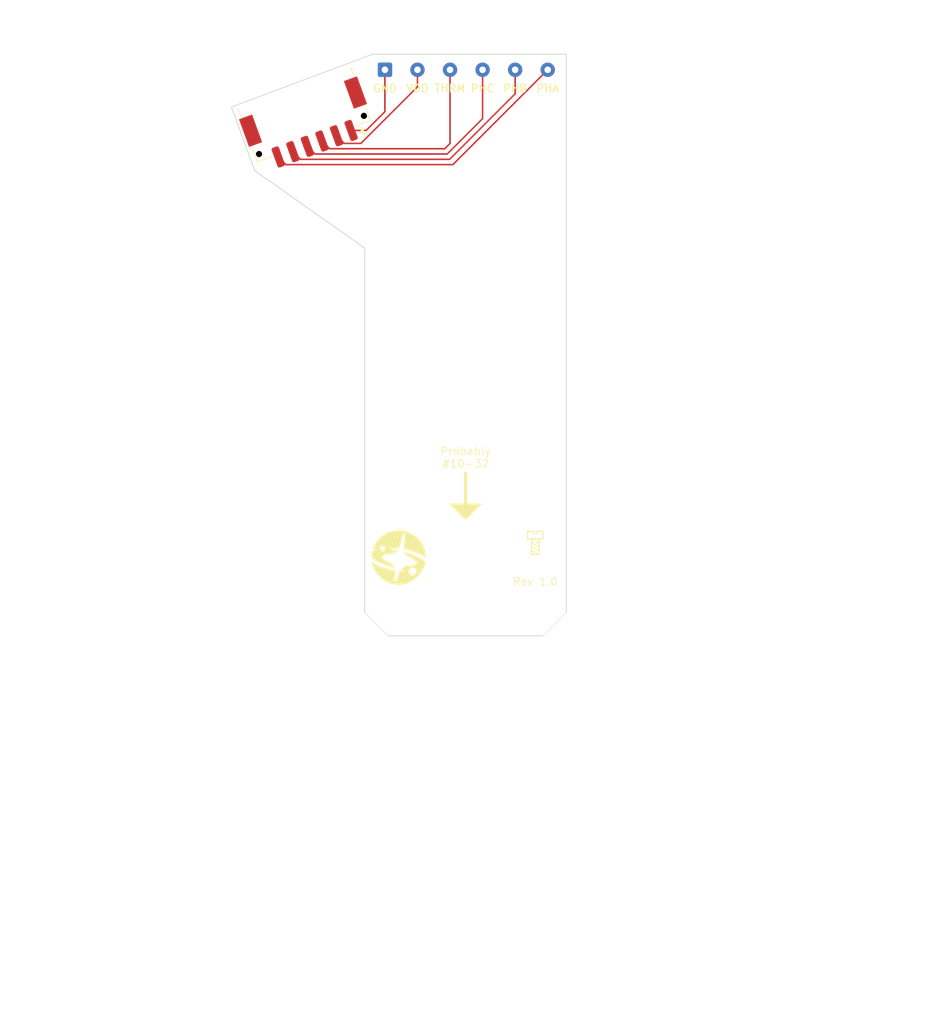
<source format=kicad_pcb>
(kicad_pcb (version 20241229) (generator "pcbnew") (generator_version "9.0")
  (layers (0 "F.Cu" signal) (2 "B.Cu" signal) (13 "F.Paste" user) (15 "B.Paste" user) (5 "F.SilkS" user "F.Silkscreen") (7 "B.SilkS" user "B.Silkscreen") (1 "F.Mask" user) (3 "B.Mask" user) (25 "Edge.Cuts" user))
  (net 0 "")
  (net 1 "GND")
  (net 2 "/H3{slash}A")
  (net 3 "/TEMP")
  (net 4 "/H2{slash}B")
  (net 5 "VDD")
  (net 6 "/H1{slash}A")
  (footprint "MountingHole:MountingHole_4.3mm_M4" (layer "F.Cu") (at 144 100)
    (property "Reference" "H1" (hide yes))
    (property "Value" "M4 maybe")
    (pad "" np_thru_hole circle (at 0 0) (size 4.3 4.3) (drill 4.3) (layers "*.Cu" "*.Mask"))
  )
  (footprint "Connector_Wire:SolderWire-0.25sqmm_1x06_P4.2mm_D0.65mm_OD1.7mm" (layer "F.Cu") (at 133.6 37)
    (property "Reference" "J2" (hide yes))
    (property "Value" "Solder")
    (pad "1" thru_hole roundrect (at 0 0) (size 1.85 1.85) (drill 0.85) (layers "*.Cu" "*.Mask") (roundrect_rratio 0.135135) (net 1 "GND"))
    (pad "2" thru_hole circle (at 4.2 0) (size 1.85 1.85) (drill 0.85) (layers "*.Cu" "*.Mask") (net 5 "VDD"))
    (pad "3" thru_hole circle (at 8.4 0) (size 1.85 1.85) (drill 0.85) (layers "*.Cu" "*.Mask") (net 3 "/TEMP"))
    (pad "4" thru_hole circle (at 12.6 0) (size 1.85 1.85) (drill 0.85) (layers "*.Cu" "*.Mask") (net 6 "/H1{slash}A"))
    (pad "5" thru_hole circle (at 16.8 0) (size 1.85 1.85) (drill 0.85) (layers "*.Cu" "*.Mask") (net 4 "/H2{slash}B"))
    (pad "6" thru_hole circle (at 21 0) (size 1.85 1.85) (drill 0.85) (layers "*.Cu" "*.Mask") (net 2 "/H3{slash}A"))
  )
  (footprint "Bluesat:SM06B-PASS" (layer "F.Cu") (at 121.768691 38.91998 20)
    (property "Reference" "J1" (hide yes))
    (property "Value" "Real Connector Hours")
    (fp_line (start -7.750001 0.499999) (end -7.75 1.5) (stroke (width 0.1)) (layer "F.SilkS"))
    (fp_line (start -7.75 6.000001) (end -7.75 7.75) (stroke (width 0.1)) (layer "F.SilkS"))
    (fp_line (start -7.75 7.75) (end -5.75 7.75) (stroke (width 0.1)) (layer "F.SilkS"))
    (fp_line (start 7.750001 0.499999) (end 7.75 1.5) (stroke (width 0.1)) (layer "F.SilkS"))
    (fp_line (start 7.75 6) (end 7.75 7.75) (stroke (width 0.1)) (layer "F.SilkS"))
    (fp_line (start 7.75 7.75) (end 5.75 7.75) (stroke (width 0.1)) (layer "F.SilkS"))
    (fp_poly (pts (xy 5.999999 8.75) (xy 6.5 9.25) (xy 6.5 8.250001)) (stroke (width 0.1)) (fill yes) (layer "F.SilkS"))
    (pad "" smd rect (at -7.2 3.7 20) (size 1.8 3.8) (layers "F.Cu" "F.Mask" "F.Paste"))
    (pad "" np_thru_hole circle (at -7.2 6.9 20) (size 0.8 0.8) (drill 0.8) (layers "*.Mask"))
    (pad "" smd rect (at 7.2 3.7 20) (size 1.8 3.8) (layers "F.Cu" "F.Mask" "F.Paste"))
    (pad "" np_thru_hole circle (at 7.2 6.9 20) (size 0.8 0.8) (drill 0.8) (layers "*.Mask"))
    (pad "1" smd roundrect (at 5 8.1 20) (size 1 2.7) (layers "F.Cu" "F.Mask" "F.Paste") (net 1 "GND"))
    (pad "2" smd roundrect (at 3 8.1 20) (size 1 2.7) (layers "F.Cu" "F.Mask" "F.Paste") (net 5 "VDD"))
    (pad "3" smd roundrect (at 0.999999 8.1 20) (size 1 2.7) (layers "F.Cu" "F.Mask" "F.Paste") (net 3 "/TEMP"))
    (pad "4" smd roundrect (at -1 8.099999 20) (size 1 2.7) (layers "F.Cu" "F.Mask" "F.Paste") (net 6 "/H1{slash}A"))
    (pad "5" smd roundrect (at -3 8.1 20) (size 1 2.7) (layers "F.Cu" "F.Mask" "F.Paste") (net 4 "/H2{slash}B"))
    (pad "6" smd roundrect (at -5 8.1 20) (size 1 2.7) (layers "F.Cu" "F.Mask" "F.Paste") (net 2 "/H3{slash}A"))
  )
  (footprint "Symbol:Screw_Generic_2.0x3.0mm_SilkScreen" (layer "F.Cu") (at 153 98)
    (property "Reference" "REF**" (hide yes))
    (property "Value" "Screw_Generic_2.0x3.0mm_SilkScreen" (hide yes))
    (fp_line (start -1 -1.5) (end -0.2 -1.5) (stroke (width 0.12)) (layer "F.SilkS"))
    (fp_line (start -1 -0.5) (end -1 -1.5) (stroke (width 0.12)) (layer "F.SilkS"))
    (fp_line (start -1 -0.5) (end 1 -0.5) (stroke (width 0.12)) (layer "F.SilkS"))
    (fp_line (start -0.5 1.5) (end -0.5 -0.5) (stroke (width 0.12)) (layer "F.SilkS"))
    (fp_line (start -0.2 -1.5) (end -0.2 -1.2) (stroke (width 0.12)) (layer "F.SilkS"))
    (fp_line (start -0.2 -1.2) (end 0.2 -1.2) (stroke (width 0.12)) (layer "F.SilkS"))
    (fp_line (start 0.2 -1.5) (end 1 -1.5) (stroke (width 0.12)) (layer "F.SilkS"))
    (fp_line (start 0.2 -1.2) (end 0.2 -1.5) (stroke (width 0.12)) (layer "F.SilkS"))
    (fp_line (start 0.5 -0.5) (end 0.5 1.5) (stroke (width 0.12)) (layer "F.SilkS"))
    (fp_line (start 0.5 0) (end -0.5 -0.5) (stroke (width 0.12)) (layer "F.SilkS"))
    (fp_line (start 0.5 0.5) (end -0.5 0) (stroke (width 0.12)) (layer "F.SilkS"))
    (fp_line (start 0.5 1) (end -0.5 0.5) (stroke (width 0.12)) (layer "F.SilkS"))
    (fp_line (start 0.5 1.5) (end -0.5 1) (stroke (width 0.12)) (layer "F.SilkS"))
    (fp_line (start 0.5 1.5) (end -0.5 1.5) (stroke (width 0.12)) (layer "F.SilkS"))
    (fp_line (start 1 -1.5) (end 1 -0.5) (stroke (width 0.12)) (layer "F.SilkS"))
  )
  (gr_line (start 144 89) (end 144 94) (stroke (width 0.4)) (layer "F.SilkS"))
  (gr_poly (pts (xy 142 93) (xy 144 95) (xy 146 93)) (stroke (width 0.1)) (fill yes) (layer "F.SilkS"))
  (gr_poly (pts (xy 135.470353 96.3938) (xy 135.558855 96.397405) (xy 135.647658 96.403271) (xy 135.736733 96.411422) (xy 135.826046 96.421879) (xy 135.915567 96.434665) (xy 136.078671 96.463964) (xy 136.23865 96.50045) (xy 136.395361 96.543927) (xy 136.548662 96.5942) (xy 136.698411 96.651076) (xy 136.844466 96.714359) (xy 136.986684 96.783855) (xy 137.124923 96.859368) (xy 137.259042 96.940705) (xy 137.388897 97.027669) (xy 137.514347 97.120068) (xy 137.63525 97.217705) (xy 137.751462 97.320387) (xy 137.862843 97.427918) (xy 137.96925 97.540104) (xy 138.07054 97.656749) (xy 138.166571 97.77766) (xy 138.257202 97.902642) (xy 138.34229 98.031499) (xy 138.421692 98.164037) (xy 138.495268 98.300061) (xy 138.562873 98.439377) (xy 138.624367 98.58179) (xy 138.679606 98.727105) (xy 138.72845 98.875127) (xy 138.770755 99.025661) (xy 138.806379 99.178514) (xy 138.83518 99.33349) (xy 138.857017 99.490394) (xy 138.871746 99.649031) (xy 138.879225 99.809208) (xy 138.879313 99.970728) (xy 138.83446 99.933971) (xy 138.788985 99.89833) (xy 138.742948 99.863725) (xy 138.696408 99.830079) (xy 138.649426 99.797313) (xy 138.60206 99.765349) (xy 138.554371 99.734107) (xy 138.506417 99.70351) (xy 138.402628 99.641088) (xy 138.297624 99.581561) (xy 138.191506 99.524763) (xy 138.084375 99.470526) (xy 137.976333 99.418687) (xy 137.867482 99.369077) (xy 137.757924 99.321533) (xy 137.647761 99.275887) (xy 137.454177 99.201805) (xy 137.259017 99.133128) (xy 137.062418 99.069719) (xy 136.864515 99.011443) (xy 136.665445 98.958162) (xy 136.465342 98.909739) (xy 136.264344 98.866038) (xy 136.062586 98.826922) (xy 136.058784 98.74493) (xy 136.057909 98.662806) (xy 136.059604 98.580618) (xy 136.063508 98.498436) (xy 136.069265 98.416328) (xy 136.076515 98.334365) (xy 136.094057 98.171148) (xy 136.125368 97.887508) (xy 136.149325 97.655082) (xy 136.174135 97.422759) (xy 136.208004 97.139429) (xy 136.211641 97.107888) (xy 136.214368 97.078162) (xy 136.216233 97.050197) (xy 136.217284 97.023939) (xy 136.21757 96.999334) (xy 136.217138 96.976329) (xy 136.216036 96.954869) (xy 136.214313 96.934901) (xy 136.212018 96.916372) (xy 136.209197 96.899227) (xy 136.2059 96.883413) (xy 136.202174 96.868875) (xy 136.198068 96.855561) (xy 136.193629 96.843416) (xy 136.188907 96.832387) (xy 136.183949 96.822419) (xy 136.178802 96.81346) (xy 136.173517 96.805455) (xy 136.16814 96.798351) (xy 136.162719 96.792093) (xy 136.157304 96.786629) (xy 136.151942 96.781903) (xy 136.146681 96.777864) (xy 136.141569 96.774456) (xy 136.136655 96.771626) (xy 136.131986 96.76932) (xy 136.12358 96.766066) (xy 136.116734 96.764263) (xy 136.111834 96.763482) (xy 136.099946 96.7616) (xy 136.090931 96.76157) (xy 136.080138 96.762867) (xy 136.067771 96.766032) (xy 136.054029 96.771605) (xy 136.039117 96.780127) (xy 136.023235 96.792137) (xy 136.006586 96.808177) (xy 135.998037 96.817876) (xy 135.989372 96.828786) (xy 135.980616 96.840972) (xy 135.971795 96.854504) (xy 135.962934 96.869449) (xy 135.954058 96.885873) (xy 135.945192 96.903845) (xy 135.936362 96.923433) (xy 135.927592 96.944703) (xy 135.918909 96.967723) (xy 135.910337 96.992561) (xy 135.901902 97.019284) (xy 135.893629 97.04796) (xy 135.885543 97.078657) (xy 135.814057 97.354923) (xy 135.752709 97.580384) (xy 135.69056 97.805638) (xy 135.61667 98.081283) (xy 135.594527 98.16418) (xy 135.571475 98.24706) (xy 135.547158 98.329697) (xy 135.521223 98.411868) (xy 135.493314 98.493346) (xy 135.463078 98.573906) (xy 135.430159 98.653324) (xy 135.412583 98.692533) (xy 135.394203 98.731373) (xy 135.298135 98.721791) (xy 135.201986 98.713277) (xy 135.105773 98.705868) (xy 135.00951 98.699604) (xy 134.913214 98.694525) (xy 134.816899 98.690667) (xy 134.720581 98.688071) (xy 134.624276 98.686776) (xy 134.534204 98.686776) (xy 134.460511 98.687675) (xy 134.38685 98.689399) (xy 134.313224 98.691961) (xy 134.239641 98.695373) (xy 134.166103 98.699649) (xy 134.092617 98.7048) (xy 134.019186 98.71084) (xy 133.945816 98.717782) (xy 134.276254 98.775205) (xy 134.604244 98.836325) (xy 134.929951 98.901723) (xy 135.25354 98.971978) (xy 135.228028 99.007895) (xy 135.201101 99.043859) (xy 135.172821 99.079601) (xy 135.143247 99.114849) (xy 135.112443 99.149333) (xy 135.08047 99.182783) (xy 135.047388 99.214929) (xy 135.01326 99.245499) (xy 134.978148 99.274223) (xy 134.942112 99.300831) (xy 134.905215 99.325052) (xy 134.867517 99.346617) (xy 134.829081 99.365253) (xy 134.809605 99.373389) (xy 134.789968 99.380692) (xy 134.770176 99.387127) (xy 134.750239 99.392662) (xy 134.730163 99.397261) (xy 134.709956 99.400892) (xy 134.61959 99.413475) (xy 134.528986 99.423821) (xy 134.438208 99.432534) (xy 134.347316 99.440218) (xy 134.16544 99.454911) (xy 134.074578 99.463125) (xy 133.98385 99.472723) (xy 133.901149 99.482783) (xy 133.816294 99.494711) (xy 133.730448 99.509339) (xy 133.687517 99.517925) (xy 133.644775 99.5275) (xy 133.602368 99.538166) (xy 133.56044 99.550027) (xy 133.519137 99.563189) (xy 133.478605 99.577755) (xy 133.438989 99.593829) (xy 133.400435 99.611516) (xy 133.363089 99.630919) (xy 133.327095 99.652143) (xy 133.317812 99.658206) (xy 133.308843 99.664556) (xy 133.300211 99.67119) (xy 133.291938 99.678101) (xy 133.284049 99.685285) (xy 133.276566 99.692735) (xy 133.269513 99.700449) (xy 133.262912 99.708419) (xy 133.256789 99.716641) (xy 133.251165 99.72511) (xy 133.246063 99.733821) (xy 133.241509 99.742768) (xy 133.237524 99.751946) (xy 133.234131 99.76135) (xy 133.231356 99.770976) (xy 133.229219 99.780818) (xy 133.227627 99.790784) (xy 133.226712 99.800779) (xy 133.226455 99.810789) (xy 133.226834 99.820802) (xy 133.22783 99.830803) (xy 133.229421 99.84078) (xy 133.231588 99.850718) (xy 133.23431 99.860606) (xy 133.237566 99.870429) (xy 133.241336 99.880173) (xy 133.2456 99.889827) (xy 133.250337 99.899376) (xy 133.255527 99.908807) (xy 133.26115 99.918107) (xy 133.267184 99.927263) (xy 133.273609 99.93626) (xy 133.299409 99.969129) (xy 133.327134 100.000793) (xy 133.356611 100.031296) (xy 133.387666 100.060683) (xy 133.420125 100.088997) (xy 133.453814 100.116284) (xy 133.48856 100.142587) (xy 133.524188 100.167951) (xy 133.560526 100.192421) (xy 133.597399 100.216041) (xy 133.672054 100.260906) (xy 133.746764 100.302903) (xy 133.820139 100.342385) (xy 133.901166 100.384314) (xy 133.98283 100.424992) (xy 134.146941 100.504778) (xy 134.228827 100.54498) (xy 134.310226 100.586115) (xy 134.390855 100.628731) (xy 134.470435 100.673373) (xy 134.504049 100.695012) (xy 134.535888 100.719767) (xy 134.565989 100.747385) (xy 134.59439 100.777613) (xy 134.621128 100.810199) (xy 134.646242 100.84489) (xy 134.669769 100.881432) (xy 134.691747 100.919574) (xy 134.712213 100.959062) (xy 134.731205 100.999644) (xy 134.74876 101.041066) (xy 134.764916 101.083076) (xy 134.779711 101.125422) (xy 134.793183 101.16785) (xy 134.805369 101.210108) (xy 134.816306 101.251942) (xy 134.712166 101.222093) (xy 134.608256 101.191636) (xy 134.402637 101.129713) (xy 134.197988 101.065503) (xy 133.994519 100.998717) (xy 133.792441 100.929068) (xy 133.591965 100.856266) (xy 133.393302 100.780023) (xy 133.196662 100.700052) (xy 133.002256 100.616063) (xy 132.905911 100.572805) (xy 132.810459 100.528084) (xy 132.763121 100.505124) (xy 132.716068 100.481736) (xy 132.66932 100.457899) (xy 132.6229 100.433594) (xy 132.576447 100.409526) (xy 132.53033 100.384967) (xy 132.484577 100.359917) (xy 132.439216 100.334375) (xy 132.394275 100.308343) (xy 132.349782 100.28182) (xy 132.305764 100.254807) (xy 132.26225 100.227302) (xy 132.219089 100.199444) (xy 132.176558 100.17096) (xy 132.134705 100.141857) (xy 132.093578 100.112141) (xy 132.053227 100.081817) (xy 132.013699 100.050893) (xy 131.975044 100.019373) (xy 131.937309 99.987265) (xy 131.920882 99.972481) (xy 131.904628 99.957542) (xy 131.888578 99.942452) (xy 131.872765 99.927217) (xy 131.872936 99.85663) (xy 131.87454 99.785817) (xy 131.877586 99.714792) (xy 131.882088 99.643572) (xy 131.888057 99.572174) (xy 131.895504 99.500614) (xy 131.904442 99.428907) (xy 131.914881 99.357071) (xy 131.926228 99.288622) (xy 131.93885 99.220701) (xy 131.95273 99.153321) (xy 131.967849 99.086493) (xy 132.002699 99.06527) (xy 132.038253 99.044819) (xy 132.074469 99.0251) (xy 132.111305 99.00607) (xy 132.148719 98.987688) (xy 132.186669 98.969912) (xy 132.225112 98.9527) (xy 132.264007 98.936011) (xy 132.312066 98.916273) (xy 132.360652 98.897174) (xy 132.409687 98.878638) (xy 132.459094 98.860592) (xy 132.558708 98.825663) (xy 132.658867 98.791782) (xy 132.552206 98.791782) (xy 132.485894 98.796321) (xy 132.419569 98.802427) (xy 132.35327 98.810238) (xy 132.28703 98.819892) (xy 132.220888 98.831526) (xy 132.154878 98.845278) (xy 132.089038 98.861285) (xy 132.023402 98.879684) (xy 132.085931 98.69873) (xy 132.997809 98.69873) (xy 132.998413 98.713831) (xy 132.999757 98.728798) (xy 133.001827 98.743607) (xy 133.004609 98.758236) (xy 133.008089 98.772661) (xy 133.012252 98.786859) (xy 133.017084 98.800808) (xy 133.022572 98.814483) (xy 133.0287 98.827862) (xy 133.035455 98.840922) (xy 133.042823 98.853639) (xy 133.050788 98.86599) (xy 133.059338 98.877953) (xy 133.068458 98.889503) (xy 133.078134 98.900618) (xy 133.088351 98.911274) (xy 133.099096 98.921449) (xy 133.110354 98.931119) (xy 133.12211 98.940262) (xy 133.134352 98.948853) (xy 133.147064 98.95687) (xy 133.160232 98.964289) (xy 133.173843 98.971088) (xy 133.187881 98.977243) (xy 133.202334 98.982732) (xy 133.217186 98.98753) (xy 133.232423 98.991615) (xy 133.247835 98.994926) (xy 133.26323 98.997425) (xy 133.278585 98.999128) (xy 133.293877 99.000049) (xy 133.309082 99.000202) (xy 133.324178 98.9996) (xy 133.339141 98.998259) (xy 133.353947 98.996192) (xy 133.368574 98.993413) (xy 133.382998 98.989937) (xy 133.397196 98.985778) (xy 133.411145 98.980951) (xy 133.424822 98.975468) (xy 133.438203 98.969345) (xy 133.451265 98.962596) (xy 133.463985 98.955235) (xy 133.47634 98.947276) (xy 133.488306 98.938733) (xy 133.49986 98.92962) (xy 133.510979 98.919952) (xy 133.52164 98.909743) (xy 133.531819 98.899007) (xy 133.541494 98.887759) (xy 133.55064 98.876012) (xy 133.559235 98.86378) (xy 133.567256 98.851078) (xy 133.574679 98.837921) (xy 133.581481 98.824321) (xy 133.587638 98.810294) (xy 133.593128 98.795854) (xy 133.597928 98.781014) (xy 133.602013 98.765789) (xy 133.605323 98.750365) (xy 133.607823 98.734958) (xy 133.609525 98.719591) (xy 133.610444 98.704289) (xy 133.610595 98.689074) (xy 133.609991 98.673969) (xy 133.608647 98.658998) (xy 133.606577 98.644183) (xy 133.603795 98.629549) (xy 133.600315 98.615117) (xy 133.596152 98.600913) (xy 133.59132 98.586957) (xy 133.585832 98.573275) (xy 133.579704 98.559889) (xy 133.572949 98.546822) (xy 133.565581 98.534098) (xy 133.557615 98.521739) (xy 133.549065 98.50977) (xy 133.539945 98.498213) (xy 133.53027 98.487091) (xy 133.520052 98.476427) (xy 133.509308 98.466246) (xy 133.49805 98.45657) (xy 133.486293 98.447422) (xy 133.474052 98.438826) (xy 133.46134 98.430804) (xy 133.448172 98.42338) (xy 133.434561 98.416578) (xy 133.420522 98.41042) (xy 133.40607 98.404929) (xy 133.391218 98.40013) (xy 133.37598 98.396044) (xy 133.368274 98.394287) (xy 133.36057 98.392735) (xy 133.352871 98.391385) (xy 133.345179 98.390238) (xy 133.337497 98.389289) (xy 133.329827 98.388538) (xy 133.322173 98.387983) (xy 133.314537 98.387621) (xy 133.301227 98.387449) (xy 133.287998 98.387857) (xy 133.274867 98.388834) (xy 133.261849 98.390371) (xy 133.248959 98.392458) (xy 133.236213 98.395087) (xy 133.223627 98.398247) (xy 133.211216 98.401928) (xy 133.198996 98.406122) (xy 133.186982 98.410819) (xy 133.17519 98.416009) (xy 133.163635 98.421682) (xy 133.152334 98.42783) (xy 133.141301 98.434442) (xy 133.130552 98.441509) (xy 133.120103 98.449022) (xy 133.109969 98.456971) (xy 133.100166 98.465346) (xy 133.09071 98.474138) (xy 133.081616 98.483337) (xy 133.072899 98.492934) (xy 133.064575 98.502919) (xy 133.05666 98.513283) (xy 133.04917 98.524016) (xy 133.042119 98.535109) (xy 133.035524 98.546552) (xy 133.0294 98.558335) (xy 133.023763 98.570449) (xy 133.018628 98.582885) (xy 133.01401 98.595633) (xy 133.009926 98.608683) (xy 133.006391 98.622025) (xy 133.00308 98.637449) (xy 133.000581 98.652855) (xy 132.998879 98.668219) (xy 132.99796 98.683519) (xy 132.997809 98.69873) (xy 132.085931 98.69873) (xy 132.11373 98.618284) (xy 132.22316 98.36767) (xy 132.350702 98.128566) (xy 132.495367 97.901693) (xy 132.656166 97.687775) (xy 132.832111 97.487534) (xy 133.022212 97.301693) (xy 133.22548 97.130973) (xy 133.440927 96.976099) (xy 133.667563 96.837791) (xy 133.9044 96.716773) (xy 134.150448 96.613768) (xy 134.404719 96.529498) (xy 134.666224 96.464685) (xy 134.933974 96.420052) (xy 135.20698 96.396322) (xy 135.294384 96.393281) (xy 135.382185 96.392432)) (fill yes) (layer "F.SilkS"))
  (gr_poly (pts (xy 136.298323 99.240115) (xy 136.472772 99.291598) (xy 136.646364 99.345134) (xy 136.819015 99.400841) (xy 136.990639 99.458834) (xy 137.161154 99.51923) (xy 137.330476 99.582147) (xy 137.498519 99.647699) (xy 137.603328 99.690448) (xy 137.707465 99.734507) (xy 137.810824 99.779947) (xy 137.9133 99.826835) (xy 138.014788 99.875242) (xy 138.115182 99.925235) (xy 138.214377 99.976885) (xy 138.312268 100.030259) (xy 138.360581 100.057636) (xy 138.408355 100.085697) (xy 138.45557 100.114416) (xy 138.502205 100.143767) (xy 138.548238 100.173725) (xy 138.593651 100.204265) (xy 138.638422 100.235362) (xy 138.68253 100.266989) (xy 138.703464 100.282741) (xy 138.724225 100.298669) (xy 138.744785 100.314775) (xy 138.765115 100.331062) (xy 138.78519 100.347535) (xy 138.804981 100.364195) (xy 138.824462 100.381046) (xy 138.843605 100.398092) (xy 138.840839 100.416744) (xy 138.837973 100.435403) (xy 138.815008 100.566721) (xy 138.787378 100.696041) (xy 138.755184 100.823289) (xy 138.718525 100.948389) (xy 138.677502 101.071268) (xy 138.632216 101.191852) (xy 138.582768 101.310065) (xy 138.529257 101.425833) (xy 138.480104 101.446841) (xy 138.430398 101.46702) (xy 138.380198 101.486468) (xy 138.32956 101.50528) (xy 138.227194 101.541386) (xy 138.123752 101.576108) (xy 138.16708 101.574369) (xy 138.210403 101.571959) (xy 138.253715 101.568862) (xy 138.297014 101.565059) (xy 138.340294 101.560531) (xy 138.383552 101.55526) (xy 138.426784 101.549228) (xy 138.469985 101.542415) (xy 138.333574 101.776353) (xy 138.180421 101.99763) (xy 138.011524 102.205516) (xy 137.82788 102.399283) (xy 137.630489 102.578201) (xy 137.420347 102.741542) (xy 137.198454 102.888577) (xy 136.965807 103.018576) (xy 136.723405 103.130811) (xy 136.472246 103.224552) (xy 136.213328 103.29907) (xy 135.947649 103.353637) (xy 135.676207 103.387523) (xy 135.4 103.4) (xy 135.120028 103.390338) (xy 134.837287 103.357808) (xy 134.693836 103.332455) (xy 134.552783 103.301536) (xy 134.414226 103.265184) (xy 134.27826 103.223531) (xy 134.144982 103.176709) (xy 134.014488 103.12485) (xy 133.886876 103.068086) (xy 133.76224 103.00655) (xy 133.640678 102.940373) (xy 133.522286 102.869687) (xy 133.40716 102.794624) (xy 133.295398 102.715317) (xy 133.082347 102.544498) (xy 132.883906 102.358285) (xy 132.700845 102.157735) (xy 132.533936 101.943904) (xy 132.383951 101.717849) (xy 132.251661 101.480627) (xy 132.137837 101.233294) (xy 132.043252 100.976905) (xy 132.003414 100.845646) (xy 131.968676 100.712519) (xy 131.939133 100.577656) (xy 131.914881 100.44119) (xy 131.948244 100.467203) (xy 131.981854 100.492722) (xy 132.015672 100.517796) (xy 132.049654 100.542476) (xy 132.144284 100.606989) (xy 132.240304 100.668367) (xy 132.337595 100.726809) (xy 132.436038 100.782513) (xy 132.535515 100.83568) (xy 132.635906 100.886506) (xy 132.737094 100.935191) (xy 132.838959 100.981933) (xy 133.044834 101.069268) (xy 133.252925 101.149465) (xy 133.463006 101.222816) (xy 133.674851 101.289615) (xy 133.888234 101.350154) (xy 134.102928 101.404727) (xy 134.318706 101.453627) (xy 134.535341 101.497147) (xy 134.621692 101.512322) (xy 134.70817 101.526749) (xy 134.794767 101.540392) (xy 134.88147 101.553216) (xy 134.887168 101.568682) (xy 134.892622 101.582083) (xy 134.902574 101.604637) (xy 134.910878 101.624758) (xy 134.914272 101.635119) (xy 134.917085 101.646328) (xy 134.919262 101.658869) (xy 134.920746 101.673228) (xy 134.921481 101.68989) (xy 134.921411 101.70934) (xy 134.92048 101.732063) (xy 134.918632 101.758545) (xy 134.91581 101.78927) (xy 134.911959 101.824724) (xy 134.897021 101.964465) (xy 134.888551 102.065909) (xy 134.884325 102.141813) (xy 134.882116 102.204933) (xy 134.879701 102.268028) (xy 134.874854 102.343854) (xy 134.865351 102.445169) (xy 134.848966 102.58473) (xy 134.845341 102.61627) (xy 134.842625 102.645997) (xy 134.84077 102.673964) (xy 134.839727 102.700224) (xy 134.839449 102.724831) (xy 134.839888 102.747839) (xy 134.840995 102.769302) (xy 134.842722 102.789273) (xy 134.845022 102.807806) (xy 134.847846 102.824955) (xy 134.851145 102.840773) (xy 134.854872 102.855315) (xy 134.85898 102.868634) (xy 134.863418 102.880784) (xy 134.868141 102.891818) (xy 134.873099 102.90179) (xy 134.878244 102.910754) (xy 134.883528 102.918764) (xy 134.888903 102.925873) (xy 134.894322 102.932135) (xy 134.899735 102.937604) (xy 134.905095 102.942334) (xy 134.910354 102.946377) (xy 134.915464 102.949789) (xy 134.920375 102.952623) (xy 134.925042 102.954932) (xy 134.933445 102.958191) (xy 134.940288 102.959997) (xy 134.945187 102.960779) (xy 134.957074 102.962617) (xy 134.966088 102.96263) (xy 134.976879 102.96132) (xy 134.989247 102.958144) (xy 135.002988 102.952563) (xy 135.017902 102.944035) (xy 135.033786 102.932021) (xy 135.050439 102.915979) (xy 135.058991 102.906278) (xy 135.067659 102.895368) (xy 135.076419 102.883181) (xy 135.085244 102.869649) (xy 135.094111 102.854705) (xy 135.102992 102.838281) (xy 135.111865 102.820309) (xy 135.120702 102.800722) (xy 135.129479 102.779453) (xy 135.138171 102.756433) (xy 135.146753 102.731596) (xy 135.155198 102.704872) (xy 135.163483 102.676197) (xy 135.171582 102.6455) (xy 135.207072 102.50953) (xy 135.235055 102.41169) (xy 135.258102 102.339288) (xy 135.278784 102.279631) (xy 135.299674 102.220026) (xy 135.323341 102.147779) (xy 135.352357 102.050198) (xy 135.389294 101.914589) (xy 135.4002 101.874389) (xy 135.410076 101.840757) (xy 135.41913 101.812912) (xy 135.427564 101.790071) (xy 135.431614 101.780282) (xy 135.435585 101.771452) (xy 135.439505 101.763482) (xy 135.443398 101.756274) (xy 135.447291 101.74973) (xy 135.451208 101.743753) (xy 135.455175 101.738245) (xy 135.459219 101.733109) (xy 135.467637 101.723558) (xy 135.476666 101.714319) (xy 135.497381 101.693648) (xy 135.509477 101.680652) (xy 135.513675 101.675744) (xy 136.71136 101.675744) (xy 136.712265 101.698364) (xy 136.714278 101.720783) (xy 136.717378 101.742968) (xy 136.721544 101.764883) (xy 136.726755 101.786494) (xy 136.732989 101.807766) (xy 136.740226 101.828663) (xy 136.748443 101.849152) (xy 136.757621 101.869198) (xy 136.767736 101.888765) (xy 136.77877 101.907819) (xy 136.7907 101.926326) (xy 136.803504 101.944249) (xy 136.817163 101.961555) (xy 136.831654 101.978209) (xy 136.846957 101.994176) (xy 136.86305 102.009422) (xy 136.879912 102.02391) (xy 136.897522 102.037608) (xy 136.915859 102.050479) (xy 136.934901 102.06249) (xy 136.954628 102.073604) (xy 136.975018 102.083788) (xy 136.996049 102.093007) (xy 137.017702 102.101226) (xy 137.039953 102.10841) (xy 137.062784 102.114525) (xy 137.085869 102.119479) (xy 137.10893 102.123219) (xy 137.13193 102.125766) (xy 137.154836 102.127141) (xy 137.177613 102.127366) (xy 137.200226 102.126462) (xy 137.222639 102.12445) (xy 137.244819 102.121351) (xy 137.26673 102.117186) (xy 137.288337 102.111978) (xy 137.309606 102.105745) (xy 137.330503 102.098511) (xy 137.350991 102.090297) (xy 137.371037 102.081123) (xy 137.390605 102.07101) (xy 137.409662 102.05998) (xy 137.428171 102.048055) (xy 137.446098 102.035255) (xy 137.463408 102.021601) (xy 137.480068 102.007116) (xy 137.496041 101.991819) (xy 137.511292 101.975732) (xy 137.525788 101.958877) (xy 137.539494 101.941275) (xy 137.552374 101.922946) (xy 137.564393 101.903913) (xy 137.575518 101.884196) (xy 137.585712 101.863816) (xy 137.594942 101.842795) (xy 137.603173 101.821154) (xy 137.610369 101.798914) (xy 137.616497 101.776096) (xy 137.62145 101.752998) (xy 137.625189 101.729926) (xy 137.627734 101.706914) (xy 137.629106 101.683998) (xy 137.629328 101.661212) (xy 137.62842 101.638591) (xy 137.626403 101.61617) (xy 137.623299 101.593984) (xy 137.619128 101.572066) (xy 137.613913 101.550454) (xy 137.607675 101.52918) (xy 137.600434 101.50828) (xy 137.592212 101.487789) (xy 137.583031 101.467741) (xy 137.572911 101.448171) (xy 137.561875 101.429115) (xy 137.549942 101.410606) (xy 137.537135 101.39268) (xy 137.523474 101.375371) (xy 137.508981 101.358715) (xy 137.493678 101.342746) (xy 137.477585 101.327498) (xy 137.460724 101.313008) (xy 137.443116 101.299308) (xy 137.424782 101.286435) (xy 137.405743 101.274423) (xy 137.386022 101.263307) (xy 137.365639 101.253122) (xy 137.344615 101.243902) (xy 137.322972 101.235682) (xy 137.30073 101.228498) (xy 137.277912 101.222383) (xy 137.266363 101.219747) (xy 137.254816 101.217416) (xy 137.243276 101.21539) (xy 137.231748 101.213664) (xy 137.220234 101.212237) (xy 137.20874 101.211106) (xy 137.197269 101.210269) (xy 137.185825 101.209722) (xy 137.165879 101.209458) (xy 137.146057 101.210061) (xy 137.12638 101.211519) (xy 137.106873 101.213815) (xy 137.087559 101.216936) (xy 137.068461 101.220868) (xy 137.049602 101.225596) (xy 137.031007 101.231107) (xy 137.012697 101.237385) (xy 136.994698 101.244417) (xy 136.97703 101.252188) (xy 136.959719 101.260684) (xy 136.942788 101.269891) (xy 136.926259 101.279795) (xy 136.910156 101.29038) (xy 136.894503 101.301633) (xy 136.879322 101.31354) (xy 136.864638 101.326086) (xy 136.850473 101.339258) (xy 136.83685 101.35304) (xy 136.823794 101.367418) (xy 136.811327 101.382379) (xy 136.799472 101.397907) (xy 136.788254 101.41399) (xy 136.777695 101.430611) (xy 136.767818 101.447758) (xy 136.758647 101.465415) (xy 136.750206 101.483569) (xy 136.742517 101.502205) (xy 136.735604 101.521309) (xy 136.729491 101.540867) (xy 136.7242 101.560864) (xy 136.719246 101.583962) (xy 136.715506 101.607033) (xy 136.712959 101.630044) (xy 136.711584 101.652959) (xy 136.71136 101.675744) (xy 135.513675 101.675744) (xy 135.523004 101.664839) (xy 135.538169 101.645428) (xy 135.546429 101.634128) (xy 135.555176 101.621635) (xy 135.633747 101.625673) (xy 135.712339 101.628812) (xy 135.790949 101.631037) (xy 135.869575 101.632332) (xy 136.003469 101.632332) (xy 136.074942 101.631162) (xy 136.146406 101.629159) (xy 136.217856 101.626301) (xy 136.289291 101.622566) (xy 135.968141 101.547477) (xy 135.649279 101.470637) (xy 135.674859 101.432619) (xy 135.70213 101.394227) (xy 135.731016 101.35579) (xy 135.761443 101.317639) (xy 135.793335 101.280106) (xy 135.826617 101.243519) (xy 135.861214 101.20821) (xy 135.89705 101.174509) (xy 135.93405 101.142747) (xy 135.972138 101.113253) (xy 136.011241 101.086359) (xy 136.051281 101.062395) (xy 136.092185 101.041692) (xy 136.112937 101.032666) (xy 136.133876 101.024579) (xy 136.154994 101.017473) (xy 136.17628 101.011388) (xy 136.197726 101.006366) (xy 136.219321 101.002448) (xy 136.309647 100.989829) (xy 136.400228 100.97947) (xy 136.490996 100.970762) (xy 136.581883 100.963097) (xy 136.763746 100.948454) (xy 136.854585 100.940259) (xy 136.945272 100.93067) (xy 137.027979 100.920568) (xy 137.112852 100.908618) (xy 137.198723 100.89398) (xy 137.241668 100.885391) (xy 137.284424 100.875815) (xy 137.326846 100.865147) (xy 137.368788 100.853283) (xy 137.410104 100.840117) (xy 137.450648 100.825545) (xy 137.490274 100.809462) (xy 137.528835 100.791762) (xy 137.566187 100.772341) (xy 137.602183 100.751094) (xy 137.611441 100.745055) (xy 137.620392 100.738725) (xy 137.62901 100.732108) (xy 137.637273 100.725211) (xy 137.645155 100.718038) (xy 137.652634 100.710595) (xy 137.659686 100.702888) (xy 137.666287 100.694922) (xy 137.672413 100.686702) (xy 137.678041 100.678234) (xy 137.683146 100.669524) (xy 137.687705 100.660576) (xy 137.691695 100.651397) (xy 137.69509 100.641992) (xy 137.697869 100.632365) (xy 137.700006 100.622523) (xy 137.701598 100.612557) (xy 137.702513 100.602563) (xy 137.70277 100.592553) (xy 137.702391 100.582542) (xy 137.701396 100.572541) (xy 137.699804 100.562564) (xy 137.697638 100.552625) (xy 137.694916 100.542735) (xy 137.69166 100.532908) (xy 137.687889 100.523157) (xy 137.683625 100.513495) (xy 137.678888 100.503935) (xy 137.673698 100.494491) (xy 137.668075 100.485174) (xy 137.662041 100.475998) (xy 137.655615 100.466977) (xy 137.629816 100.434133) (xy 137.602092 100.402491) (xy 137.572616 100.372007) (xy 137.541562 100.342637) (xy 137.509104 100.314337) (xy 137.475414 100.287063) (xy 137.440667 100.26077) (xy 137.405036 100.235415) (xy 137.368695 100.210952) (xy 137.331816 100.187339) (xy 137.257142 100.142481) (xy 137.182401 100.100488) (xy 137.108982 100.061007) (xy 137.027999 100.019077) (xy 136.946366 99.978397) (xy 136.782284 99.898614) (xy 136.700402 99.858422) (xy 136.619003 99.817306) (xy 136.538371 99.774721) (xy 136.458789 99.730123) (xy 136.427091 99.709819) (xy 136.396968 99.686742) (xy 136.368389 99.661103) (xy 136.341323 99.633112) (xy 136.315738 99.602982) (xy 136.291604 99.570922) (xy 136.268888 99.537143) (xy 136.247559 99.501856) (xy 136.227586 99.465272) (xy 136.208937 99.427602) (xy 136.191582 99.389056) (xy 136.175488 99.349845) (xy 136.160624 99.31018) (xy 136.146959 99.270272) (xy 136.134461 99.230331) (xy 136.123099 99.190569)) (fill yes) (layer "F.SilkS"))
  (gr_line (start 131 60) (end 116.8 50) (stroke (width 0.1)) (layer "Edge.Cuts"))
  (gr_line (start 157 35) (end 157 107) (stroke (width 0.1)) (layer "Edge.Cuts"))
  (gr_line (start 154 110) (end 134 110) (stroke (width 0.1)) (layer "Edge.Cuts"))
  (gr_line (start 116.8 50) (end 113.8 41.8) (stroke (width 0.1)) (layer "Edge.Cuts"))
  (gr_line (start 131 107) (end 131 60) (stroke (width 0.1)) (layer "Edge.Cuts"))
  (gr_line (start 132 35) (end 157 35) (stroke (width 0.1)) (layer "Edge.Cuts"))
  (gr_line (start 113.8 41.8) (end 132 35) (stroke (width 0.1)) (layer "Edge.Cuts"))
  (gr_line (start 134 110) (end 131 107) (stroke (width 0.05)) (layer "Edge.Cuts"))
  (gr_line (start 154 110) (end 157 107) (stroke (width 0.05)) (layer "Edge.Cuts"))
  (gr_text "PHC" (at 146.2 39.4 0) (layer "F.SilkS") (effects (font (size 1 1))))
  (gr_text "Rev 1.0" (at 153 103 0) (layer "F.SilkS") (effects (font (size 1 1) (thickness 0.1))))
  (gr_text "PHA" (at 154.6 39.4 0) (layer "F.SilkS") (effects (font (size 1 1))))
  (gr_text "Probably\n#10-32" (at 144 87 0) (layer "F.SilkS") (effects (font (size 1 1) (thickness 0.1))))
  (gr_text "GND" (at 133.6 39.4 0) (layer "F.SilkS") (effects (font (size 1 1))))
  (gr_text "VDD" (at 137.8 39.4 0) (layer "F.SilkS") (effects (font (size 1 1))))
  (gr_text "THRM" (at 142 39.4 0) (layer "F.SilkS") (effects (font (size 1 1))))
  (gr_text "PHB" (at 150.4 39.4 0) (layer "F.SilkS") (effects (font (size 1 1))))
  (segment (start 131.17861 44.82139) (end 133.6 42.4) (width 0.2) (layer "F.Cu") (net 1))
  (segment (start 133.6 42.4) (end 133.6 37) (width 0.2) (layer "F.Cu") (net 1))
  (segment (start 129.237517 44.82139) (end 131.17861 44.82139) (width 0.2) (layer "F.Cu") (net 1))
  (segment (start 154.6 37) (end 142.367627 49.232373) (width 0.2) (layer "F.Cu") (net 2))
  (segment (start 120.831373 49.232373) (end 119.840591 48.241591) (width 0.2) (layer "F.Cu") (net 2))
  (segment (start 142.367627 49.232373) (end 120.831373 49.232373) (width 0.2) (layer "F.Cu") (net 2))
  (segment (start 142 46.5) (end 142 37) (width 0.2) (layer "F.Cu") (net 3))
  (segment (start 141.319748 47.180252) (end 142 46.5) (width 0.2) (layer "F.Cu") (net 3))
  (segment (start 126.469528 47.180252) (end 141.319748 47.180252) (width 0.2) (layer "F.Cu") (net 3))
  (segment (start 125.478746 46.18947) (end 126.469528 47.180252) (width 0.2) (layer "F.Cu") (net 3))
  (segment (start 150.4 40.1) (end 150.4 37) (width 0.2) (layer "F.Cu") (net 4))
  (segment (start 141.951668 48.548332) (end 150.4 40.1) (width 0.2) (layer "F.Cu") (net 4))
  (segment (start 122.710757 48.548332) (end 141.951668 48.548332) (width 0.2) (layer "F.Cu") (net 4))
  (segment (start 121.719976 47.557551) (end 122.710757 48.548332) (width 0.2) (layer "F.Cu") (net 4))
  (segment (start 130.503788 46.496212) (end 128.348914 46.496212) (width 0.2) (layer "F.Cu") (net 5))
  (segment (start 137.8 39.2) (end 130.503788 46.496212) (width 0.2) (layer "F.Cu") (net 5))
  (segment (start 128.348914 46.496212) (end 127.358132 45.50543) (width 0.2) (layer "F.Cu") (net 5))
  (segment (start 137.8 37) (end 137.8 39.2) (width 0.2) (layer "F.Cu") (net 5))
  (segment (start 141.635708 47.864292) (end 124.590143 47.864292) (width 0.2) (layer "F.Cu") (net 6))
  (segment (start 146.2 43.3) (end 141.635708 47.864292) (width 0.2) (layer "F.Cu") (net 6))
  (segment (start 124.590143 47.864292) (end 123.599361 46.87351) (width 0.2) (layer "F.Cu") (net 6))
  (segment (start 146.2 37) (end 146.2 43.3) (width 0.2) (layer "F.Cu") (net 6))
)
</source>
